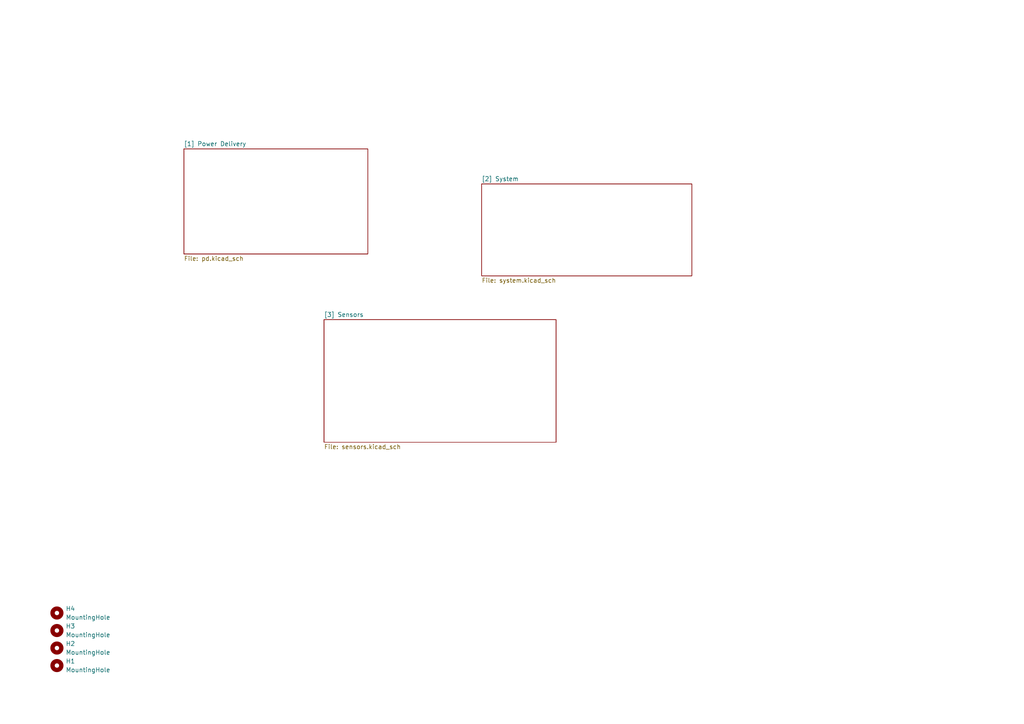
<source format=kicad_sch>
(kicad_sch (version 20250114) (generator "eeschema") (generator_version "9.0")
  (paper "A4")
  (lib_symbols
    (symbol "Mechanical:MountingHole" (pin_names (offset 1.016)) (in_bom no)
      (property "Reference" "H" (at 0 5.08 0))
      (property "Value" "MountingHole" (at 0 3.175 0))
      (symbol "MountingHole_0_1"
        (circle (center 0 0) (radius 1.27) (stroke (width 1.27)))
      )
    )
  )
  (symbol (lib_id "Mechanical:MountingHole") (at 16.51 177.8 0) (unit 1) (in_bom no)
    (property "Reference" "H4" (at 19.05 176.5299 0) (effects (justify left)))
    (property "Value" "MountingHole" (at 19.05 179.0699 0) (effects (justify left)))
    (property "Description" "Mounting Hole without connection" (effects (hide yes)))
  )
  (symbol (lib_id "Mechanical:MountingHole") (at 16.51 182.88 0) (unit 1) (in_bom no)
    (property "Reference" "H3" (at 19.05 181.6099 0) (effects (justify left)))
    (property "Value" "MountingHole" (at 19.05 184.1499 0) (effects (justify left)))
    (property "Description" "Mounting Hole without connection" (effects (hide yes)))
  )
  (symbol (lib_id "Mechanical:MountingHole") (at 16.51 193.04 0) (unit 1) (in_bom no)
    (property "Reference" "H1" (at 19.05 191.7699 0) (effects (justify left)))
    (property "Value" "MountingHole" (at 19.05 194.3099 0) (effects (justify left)))
    (property "Description" "Mounting Hole without connection" (effects (hide yes)))
  )
  (symbol (lib_id "Mechanical:MountingHole") (at 16.51 187.96 0) (unit 1) (in_bom no)
    (property "Reference" "H2" (at 19.05 186.6899 0) (effects (justify left)))
    (property "Value" "MountingHole" (at 19.05 189.2299 0) (effects (justify left)))
    (property "Description" "Mounting Hole without connection" (effects (hide yes)))
  )
  (sheet (at 93.98 92.71) (size 67.31 35.56) (stroke (width 0.1524))
    (property "Sheetname" "[3] Sensors" (at 93.98 91.9984 0) (effects (justify left bottom)))
    (property "Sheetfile" "sensors.kicad_sch" (at 93.98 128.8546 0) (effects (justify left top)))
  )
  (sheet (at 53.34 43.18) (size 53.34 30.48) (stroke (width 0.1524))
    (property "Sheetname" "[1] Power Delivery" (at 53.34 42.4684 0) (effects (justify left bottom)))
    (property "Sheetfile" "pd.kicad_sch" (at 53.34 74.2446 0) (effects (justify left top)))
  )
  (sheet (at 139.7 53.34) (size 60.96 26.67) (stroke (width 0.1524))
    (property "Sheetname" "[2] System" (at 139.7 52.6284 0) (effects (justify left bottom)))
    (property "Sheetfile" "system.kicad_sch" (at 139.7 80.5946 0) (effects (justify left top)))
  )
)
</source>
